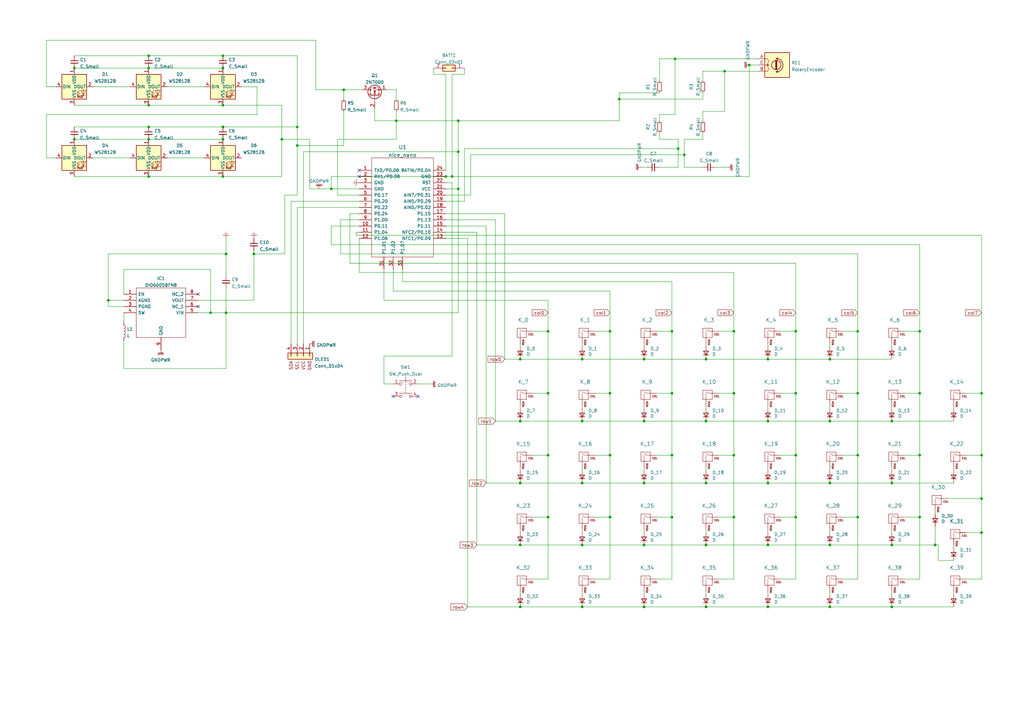
<source format=kicad_sch>
(kicad_sch (version 20211123) (generator eeschema)
  (paper "A3")
  (junction (at 314.96 147.32))
  (junction (at 365.76 198.12))
  (junction (at 326.39 161.29))
  (junction (at 402.59 186.69))
  (junction (at 340.36 147.32))
  (junction (at 351.79 186.69))
  (junction (at 187.96 62.23))
  (junction (at 402.59 218.44))
  (junction (at 340.36 198.12))
  (junction (at 340.36 172.72))
  (junction (at 377.19 135.89))
  (junction (at 60.96 27.94))
  (junction (at 238.76 147.32))
  (junction (at 91.44 52.07))
  (junction (at 44.45 123.19))
  (junction (at 121.92 52.07))
  (junction (at 187.96 77.47))
  (junction (at 275.59 161.29))
  (junction (at 383.54 223.52))
  (junction (at 140.97 36.83))
  (junction (at 60.96 57.15))
  (junction (at 307.34 26.67))
  (junction (at 402.59 204.47))
  (junction (at 300.99 161.29))
  (junction (at 60.96 72.39))
  (junction (at 289.56 147.32))
  (junction (at 121.92 59.69))
  (junction (at 289.56 198.12))
  (junction (at 326.39 212.09))
  (junction (at 104.14 104.14))
  (junction (at 365.76 172.72))
  (junction (at 250.19 161.29))
  (junction (at 264.16 147.32))
  (junction (at 314.96 223.52))
  (junction (at 224.79 212.09))
  (junction (at 60.96 43.18))
  (junction (at 377.19 212.09))
  (junction (at 300.99 135.89))
  (junction (at 213.36 147.32))
  (junction (at 213.36 172.72))
  (junction (at 187.96 49.53))
  (junction (at 340.36 248.92))
  (junction (at 238.76 248.92))
  (junction (at 135.89 77.47))
  (junction (at 60.96 22.86))
  (junction (at 278.13 60.96))
  (junction (at 377.19 161.29))
  (junction (at 365.76 223.52))
  (junction (at 224.79 186.69))
  (junction (at 224.79 135.89))
  (junction (at 250.19 135.89))
  (junction (at 213.36 198.12))
  (junction (at 92.71 104.14))
  (junction (at 264.16 172.72))
  (junction (at 300.99 212.09))
  (junction (at 213.36 223.52))
  (junction (at 340.36 223.52))
  (junction (at 86.36 128.27))
  (junction (at 238.76 223.52))
  (junction (at 92.71 128.27))
  (junction (at 224.79 161.29))
  (junction (at 314.96 248.92))
  (junction (at 351.79 212.09))
  (junction (at 264.16 198.12))
  (junction (at 60.96 52.07))
  (junction (at 238.76 198.12))
  (junction (at 314.96 172.72))
  (junction (at 213.36 248.92))
  (junction (at 300.99 186.69))
  (junction (at 289.56 223.52))
  (junction (at 185.42 72.39))
  (junction (at 182.88 72.39))
  (junction (at 402.59 161.29))
  (junction (at 275.59 135.89))
  (junction (at 275.59 186.69))
  (junction (at 289.56 248.92))
  (junction (at 276.86 24.13))
  (junction (at 351.79 161.29))
  (junction (at 91.44 43.18))
  (junction (at 250.19 186.69))
  (junction (at 264.16 223.52))
  (junction (at 275.59 212.09))
  (junction (at 297.18 29.21))
  (junction (at 250.19 212.09))
  (junction (at 326.39 186.69))
  (junction (at 91.44 27.94))
  (junction (at 91.44 72.39))
  (junction (at 91.44 57.15))
  (junction (at 162.56 49.53))
  (junction (at 377.19 186.69))
  (junction (at 314.96 198.12))
  (junction (at 365.76 248.92))
  (junction (at 264.16 248.92))
  (junction (at 115.57 57.15))
  (junction (at 91.44 22.86))
  (junction (at 280.67 63.5))
  (junction (at 351.79 135.89))
  (junction (at 238.76 172.72))
  (junction (at 30.48 27.94))
  (junction (at 289.56 172.72))
  (junction (at 30.48 57.15))
  (junction (at 254 40.64))
  (junction (at 326.39 135.89))
  (no_connect (at 147.32 72.39))
  (no_connect (at 147.32 69.85))
  (no_connect (at 81.28 125.73))
  (no_connect (at 81.28 120.65))
  (no_connect (at 171.45 162.56))
  (no_connect (at 161.29 162.56))
  (wire (pts (xy 38.1 35.56) (xy 53.34 35.56)))
  (wire (pts (xy 275.59 115.57) (xy 275.59 135.89)))
  (wire (pts (xy 377.19 135.89) (xy 377.19 161.29)))
  (wire (pts (xy 289.56 223.52) (xy 314.96 223.52)))
  (wire (pts (xy 289.56 242.57) (xy 289.56 243.84)))
  (wire (pts (xy 383.54 215.9) (xy 383.54 223.52)))
  (wire (pts (xy 190.5 82.55) (xy 182.88 82.55)))
  (wire (pts (xy 187.96 62.23) (xy 187.96 77.47)))
  (wire (pts (xy 140.97 59.69) (xy 140.97 45.72)))
  (wire (pts (xy 224.79 212.09) (xy 224.79 186.69)))
  (wire (pts (xy 140.97 40.64) (xy 140.97 36.83)))
  (wire (pts (xy 218.44 237.49) (xy 224.79 237.49)))
  (wire (pts (xy 289.56 248.92) (xy 314.96 248.92)))
  (wire (pts (xy 238.76 166.37) (xy 238.76 167.64)))
  (wire (pts (xy 91.44 52.07) (xy 121.92 52.07)))
  (wire (pts (xy 264.16 172.72) (xy 289.56 172.72)))
  (wire (pts (xy 129.54 16.51) (xy 19.05 16.51)))
  (wire (pts (xy 213.36 147.32) (xy 238.76 147.32)))
  (wire (pts (xy 289.56 166.37) (xy 289.56 167.64)))
  (wire (pts (xy 340.36 242.57) (xy 340.36 243.84)))
  (wire (pts (xy 326.39 107.95) (xy 143.51 107.95)))
  (wire (pts (xy 50.8 110.49) (xy 86.36 110.49)))
  (wire (pts (xy 314.96 191.77) (xy 314.96 193.04)))
  (wire (pts (xy 289.56 191.77) (xy 289.56 193.04)))
  (wire (pts (xy 224.79 123.19) (xy 224.79 135.89)))
  (wire (pts (xy 288.29 57.15) (xy 288.29 54.61)))
  (wire (pts (xy 50.8 128.27) (xy 50.8 132.08)))
  (wire (pts (xy 157.48 123.19) (xy 224.79 123.19)))
  (wire (pts (xy 191.77 248.92) (xy 191.77 97.79)))
  (wire (pts (xy 345.44 161.29) (xy 351.79 161.29)))
  (wire (pts (xy 250.19 119.38) (xy 250.19 135.89)))
  (wire (pts (xy 377.19 186.69) (xy 377.19 161.29)))
  (wire (pts (xy 182.88 72.39) (xy 185.42 72.39)))
  (wire (pts (xy 213.36 242.57) (xy 213.36 243.84)))
  (wire (pts (xy 269.24 161.29) (xy 275.59 161.29)))
  (wire (pts (xy 289.56 198.12) (xy 314.96 198.12)))
  (wire (pts (xy 314.96 172.72) (xy 340.36 172.72)))
  (wire (pts (xy 135.89 72.39) (xy 182.88 72.39)))
  (wire (pts (xy 297.18 45.72) (xy 288.29 45.72)))
  (wire (pts (xy 162.56 49.53) (xy 153.67 49.53)))
  (wire (pts (xy 243.84 212.09) (xy 250.19 212.09)))
  (wire (pts (xy 314.96 223.52) (xy 340.36 223.52)))
  (wire (pts (xy 388.62 204.47) (xy 402.59 204.47)))
  (wire (pts (xy 314.96 217.17) (xy 314.96 218.44)))
  (wire (pts (xy 135.89 77.47) (xy 147.32 77.47)))
  (wire (pts (xy 121.92 85.09) (xy 147.32 85.09)))
  (wire (pts (xy 300.99 111.76) (xy 300.99 135.89)))
  (wire (pts (xy 238.76 248.92) (xy 264.16 248.92)))
  (wire (pts (xy 213.36 248.92) (xy 191.77 248.92)))
  (wire (pts (xy 345.44 212.09) (xy 351.79 212.09)))
  (wire (pts (xy 288.29 33.02) (xy 288.29 29.21)))
  (wire (pts (xy 50.8 139.7) (xy 50.8 151.13)))
  (wire (pts (xy 60.96 43.18) (xy 91.44 43.18)))
  (wire (pts (xy 402.59 186.69) (xy 402.59 161.29)))
  (wire (pts (xy 207.01 87.63) (xy 182.88 87.63)))
  (wire (pts (xy 294.64 135.89) (xy 300.99 135.89)))
  (wire (pts (xy 340.36 198.12) (xy 365.76 198.12)))
  (wire (pts (xy 44.45 104.14) (xy 44.45 123.19)))
  (wire (pts (xy 320.04 212.09) (xy 326.39 212.09)))
  (wire (pts (xy 365.76 166.37) (xy 365.76 167.64)))
  (wire (pts (xy 384.81 223.52) (xy 384.81 229.87)))
  (wire (pts (xy 270.51 46.99) (xy 270.51 49.53)))
  (wire (pts (xy 105.41 46.99) (xy 19.05 46.99)))
  (wire (pts (xy 177.8 30.48) (xy 177.8 27.94)))
  (wire (pts (xy 254 38.1) (xy 270.51 38.1)))
  (wire (pts (xy 121.92 140.97) (xy 121.92 85.09)))
  (wire (pts (xy 92.71 97.79) (xy 92.71 104.14)))
  (wire (pts (xy 250.19 237.49) (xy 250.19 212.09)))
  (wire (pts (xy 60.96 57.15) (xy 91.44 57.15)))
  (wire (pts (xy 44.45 123.19) (xy 50.8 123.19)))
  (wire (pts (xy 278.13 68.58) (xy 278.13 60.96)))
  (wire (pts (xy 199.39 198.12) (xy 213.36 198.12)))
  (wire (pts (xy 238.76 147.32) (xy 264.16 147.32)))
  (wire (pts (xy 182.88 92.71) (xy 199.39 92.71)))
  (wire (pts (xy 115.57 57.15) (xy 115.57 72.39)))
  (wire (pts (xy 326.39 107.95) (xy 326.39 135.89)))
  (wire (pts (xy 238.76 242.57) (xy 238.76 243.84)))
  (wire (pts (xy 213.36 198.12) (xy 238.76 198.12)))
  (wire (pts (xy 340.36 223.52) (xy 365.76 223.52)))
  (wire (pts (xy 270.51 68.58) (xy 278.13 68.58)))
  (wire (pts (xy 157.48 110.49) (xy 157.48 123.19)))
  (wire (pts (xy 340.36 172.72) (xy 365.76 172.72)))
  (wire (pts (xy 199.39 92.71) (xy 199.39 198.12)))
  (wire (pts (xy 30.48 52.07) (xy 60.96 52.07)))
  (wire (pts (xy 320.04 161.29) (xy 326.39 161.29)))
  (wire (pts (xy 351.79 135.89) (xy 351.79 161.29)))
  (wire (pts (xy 254 49.53) (xy 254 40.64)))
  (wire (pts (xy 81.28 123.19) (xy 104.14 123.19)))
  (wire (pts (xy 300.99 135.89) (xy 300.99 161.29)))
  (wire (pts (xy 377.19 212.09) (xy 377.19 186.69)))
  (wire (pts (xy 213.36 191.77) (xy 213.36 193.04)))
  (wire (pts (xy 68.58 64.77) (xy 83.82 64.77)))
  (wire (pts (xy 243.84 186.69) (xy 250.19 186.69)))
  (wire (pts (xy 250.19 212.09) (xy 250.19 186.69)))
  (wire (pts (xy 294.64 237.49) (xy 300.99 237.49)))
  (wire (pts (xy 314.96 140.97) (xy 314.96 142.24)))
  (wire (pts (xy 278.13 60.96) (xy 190.5 60.96)))
  (wire (pts (xy 340.36 166.37) (xy 340.36 167.64)))
  (wire (pts (xy 365.76 242.57) (xy 365.76 243.84)))
  (wire (pts (xy 300.99 212.09) (xy 300.99 186.69)))
  (wire (pts (xy 19.05 46.99) (xy 19.05 64.77)))
  (wire (pts (xy 320.04 237.49) (xy 326.39 237.49)))
  (wire (pts (xy 307.34 26.67) (xy 307.34 72.39)))
  (wire (pts (xy 289.56 140.97) (xy 289.56 142.24)))
  (wire (pts (xy 104.14 104.14) (xy 116.84 104.14)))
  (wire (pts (xy 19.05 64.77) (xy 22.86 64.77)))
  (wire (pts (xy 139.7 90.17) (xy 147.32 90.17)))
  (wire (pts (xy 165.1 110.49) (xy 165.1 115.57)))
  (wire (pts (xy 213.36 248.92) (xy 238.76 248.92)))
  (wire (pts (xy 275.59 237.49) (xy 275.59 212.09)))
  (wire (pts (xy 224.79 237.49) (xy 224.79 212.09)))
  (wire (pts (xy 340.36 217.17) (xy 340.36 218.44)))
  (wire (pts (xy 143.51 107.95) (xy 143.51 87.63)))
  (wire (pts (xy 213.36 223.52) (xy 238.76 223.52)))
  (wire (pts (xy 383.54 223.52) (xy 384.81 223.52)))
  (wire (pts (xy 289.56 217.17) (xy 289.56 218.44)))
  (wire (pts (xy 68.58 35.56) (xy 83.82 35.56)))
  (wire (pts (xy 182.88 74.93) (xy 185.42 74.93)))
  (wire (pts (xy 345.44 135.89) (xy 351.79 135.89)))
  (wire (pts (xy 288.29 45.72) (xy 288.29 49.53)))
  (wire (pts (xy 365.76 172.72) (xy 391.16 172.72)))
  (wire (pts (xy 264.16 198.12) (xy 289.56 198.12)))
  (wire (pts (xy 289.56 172.72) (xy 314.96 172.72)))
  (wire (pts (xy 402.59 218.44) (xy 402.59 204.47)))
  (wire (pts (xy 121.92 52.07) (xy 121.92 59.69)))
  (wire (pts (xy 60.96 52.07) (xy 91.44 52.07)))
  (wire (pts (xy 384.81 229.87) (xy 391.16 229.87)))
  (wire (pts (xy 391.16 223.52) (xy 391.16 224.79)))
  (wire (pts (xy 377.19 135.89) (xy 377.19 100.33)))
  (wire (pts (xy 280.67 68.58) (xy 280.67 63.5)))
  (wire (pts (xy 203.2 172.72) (xy 203.2 90.17)))
  (wire (pts (xy 243.84 135.89) (xy 250.19 135.89)))
  (wire (pts (xy 182.88 80.01) (xy 193.04 80.01)))
  (wire (pts (xy 391.16 166.37) (xy 391.16 167.64)))
  (wire (pts (xy 278.13 57.15) (xy 270.51 57.15)))
  (wire (pts (xy 135.89 100.33) (xy 135.89 92.71)))
  (wire (pts (xy 365.76 248.92) (xy 391.16 248.92)))
  (wire (pts (xy 370.84 161.29) (xy 377.19 161.29)))
  (wire (pts (xy 60.96 22.86) (xy 91.44 22.86)))
  (wire (pts (xy 370.84 186.69) (xy 377.19 186.69)))
  (wire (pts (xy 218.44 212.09) (xy 224.79 212.09)))
  (wire (pts (xy 264.16 191.77) (xy 264.16 193.04)))
  (wire (pts (xy 218.44 135.89) (xy 224.79 135.89)))
  (wire (pts (xy 185.42 30.48) (xy 190.5 30.48)))
  (wire (pts (xy 383.54 209.55) (xy 383.54 210.82)))
  (wire (pts (xy 121.92 59.69) (xy 140.97 59.69)))
  (wire (pts (xy 50.8 151.13) (xy 92.71 151.13)))
  (wire (pts (xy 351.79 212.09) (xy 351.79 186.69)))
  (wire (pts (xy 213.36 147.32) (xy 207.01 147.32)))
  (wire (pts (xy 314.96 198.12) (xy 340.36 198.12)))
  (wire (pts (xy 351.79 104.14) (xy 139.7 104.14)))
  (wire (pts (xy 213.36 166.37) (xy 213.36 167.64)))
  (wire (pts (xy 92.71 151.13) (xy 92.71 128.27)))
  (wire (pts (xy 345.44 186.69) (xy 351.79 186.69)))
  (wire (pts (xy 139.7 104.14) (xy 139.7 90.17)))
  (wire (pts (xy 370.84 212.09) (xy 377.19 212.09)))
  (wire (pts (xy 294.64 161.29) (xy 300.99 161.29)))
  (wire (pts (xy 243.84 161.29) (xy 250.19 161.29)))
  (wire (pts (xy 402.59 237.49) (xy 402.59 218.44)))
  (wire (pts (xy 157.48 157.48) (xy 161.29 157.48)))
  (wire (pts (xy 104.14 102.87) (xy 104.14 104.14)))
  (wire (pts (xy 60.96 72.39) (xy 91.44 72.39)))
  (wire (pts (xy 140.97 36.83) (xy 148.59 36.83)))
  (wire (pts (xy 320.04 186.69) (xy 326.39 186.69)))
  (wire (pts (xy 224.79 135.89) (xy 224.79 161.29)))
  (wire (pts (xy 115.57 43.18) (xy 115.57 57.15)))
  (wire (pts (xy 187.96 128.27) (xy 187.96 77.47)))
  (wire (pts (xy 218.44 161.29) (xy 224.79 161.29)))
  (wire (pts (xy 275.59 212.09) (xy 275.59 186.69)))
  (wire (pts (xy 280.67 57.15) (xy 288.29 57.15)))
  (wire (pts (xy 365.76 217.17) (xy 365.76 218.44)))
  (wire (pts (xy 294.64 212.09) (xy 300.99 212.09)))
  (wire (pts (xy 165.1 115.57) (xy 275.59 115.57)))
  (wire (pts (xy 275.59 135.89) (xy 275.59 161.29)))
  (wire (pts (xy 377.19 100.33) (xy 135.89 100.33)))
  (wire (pts (xy 264.16 140.97) (xy 264.16 142.24)))
  (wire (pts (xy 238.76 217.17) (xy 238.76 218.44)))
  (wire (pts (xy 162.56 40.64) (xy 162.56 36.83)))
  (wire (pts (xy 195.58 95.25) (xy 195.58 223.52)))
  (wire (pts (xy 129.54 36.83) (xy 140.97 36.83)))
  (wire (pts (xy 30.48 27.94) (xy 60.96 27.94)))
  (wire (pts (xy 402.59 96.52) (xy 146.05 96.52)))
  (wire (pts (xy 351.79 186.69) (xy 351.79 161.29)))
  (wire (pts (xy 162.56 49.53) (xy 162.56 45.72)))
  (wire (pts (xy 203.2 90.17) (xy 182.88 90.17)))
  (wire (pts (xy 326.39 186.69) (xy 326.39 161.29)))
  (wire (pts (xy 195.58 223.52) (xy 213.36 223.52)))
  (wire (pts (xy 300.99 237.49) (xy 300.99 212.09)))
  (wire (pts (xy 224.79 186.69) (xy 224.79 161.29)))
  (wire (pts (xy 294.64 186.69) (xy 300.99 186.69)))
  (wire (pts (xy 92.71 128.27) (xy 92.71 118.11)))
  (wire (pts (xy 92.71 104.14) (xy 44.45 104.14)))
  (wire (pts (xy 99.06 35.56) (xy 105.41 35.56)))
  (wire (pts (xy 146.05 95.25) (xy 147.32 95.25)))
  (wire (pts (xy 187.96 49.53) (xy 254 49.53)))
  (wire (pts (xy 190.5 30.48) (xy 190.5 27.94)))
  (wire (pts (xy 264.16 223.52) (xy 289.56 223.52)))
  (wire (pts (xy 402.59 204.47) (xy 402.59 186.69)))
  (wire (pts (xy 365.76 191.77) (xy 365.76 193.04)))
  (wire (pts (xy 143.51 87.63) (xy 147.32 87.63)))
  (wire (pts (xy 326.39 237.49) (xy 326.39 212.09)))
  (wire (pts (xy 218.44 186.69) (xy 224.79 186.69)))
  (wire (pts (xy 119.38 140.97) (xy 119.38 82.55)))
  (wire (pts (xy 121.92 22.86) (xy 121.92 52.07)))
  (wire (pts (xy 91.44 22.86) (xy 121.92 22.86)))
  (wire (pts (xy 264.16 147.32) (xy 289.56 147.32)))
  (wire (pts (xy 351.79 237.49) (xy 351.79 212.09)))
  (wire (pts (xy 185.42 74.93) (xy 185.42 146.05)))
  (wire (pts (xy 147.32 97.79) (xy 147.32 111.76)))
  (wire (pts (xy 187.96 77.47) (xy 182.88 77.47)))
  (wire (pts (xy 182.88 95.25) (xy 195.58 95.25)))
  (wire (pts (xy 162.56 57.15) (xy 162.56 49.53)))
  (wire (pts (xy 320.04 135.89) (xy 326.39 135.89)))
  (wire (pts (xy 396.24 237.49) (xy 402.59 237.49)))
  (wire (pts (xy 161.29 110.49) (xy 161.29 119.38)))
  (wire (pts (xy 391.16 191.77) (xy 391.16 193.04)))
  (wire (pts (xy 340.36 147.32) (xy 365.76 147.32)))
  (wire (pts (xy 288.29 40.64) (xy 288.29 38.1)))
  (wire (pts (xy 288.29 29.21) (xy 297.18 29.21)))
  (wire (pts (xy 396.24 218.44) (xy 402.59 218.44)))
  (wire (pts (xy 275.59 186.69) (xy 275.59 161.29)))
  (wire (pts (xy 314.96 248.92) (xy 340.36 248.92)))
  (wire (pts (xy 105.41 35.56) (xy 105.41 46.99)))
  (wire (pts (xy 86.36 110.49) (xy 86.36 128.27)))
  (wire (pts (xy 270.51 57.15) (xy 270.51 54.61)))
  (wire (pts (xy 104.14 104.14) (xy 104.14 123.19)))
  (wire (pts (xy 60.96 27.94) (xy 91.44 27.94)))
  (wire (pts (xy 280.67 63.5) (xy 193.04 63.5)))
  (wire (pts (xy 289.56 147.32) (xy 314.96 147.32)))
  (wire (pts (xy 191.77 97.79) (xy 182.88 97.79)))
  (wire (pts (xy 19.05 35.56) (xy 22.86 35.56)))
  (wire (pts (xy 185.42 30.48) (xy 185.42 72.39)))
  (wire (pts (xy 250.19 135.89) (xy 250.19 161.29)))
  (wire (pts (xy 298.45 68.58) (xy 293.37 68.58)))
  (wire (pts (xy 119.38 82.55) (xy 147.32 82.55)))
  (wire (pts (xy 138.43 57.15) (xy 162.56 57.15)))
  (wire (pts (xy 402.59 161.29) (xy 402.59 96.52)))
  (wire (pts (xy 177.8 30.48) (xy 182.88 30.48)))
  (wire (pts (xy 92.71 113.03) (xy 92.71 104.14)))
  (wire (pts (xy 250.19 186.69) (xy 250.19 161.29)))
  (wire (pts (xy 129.54 36.83) (xy 129.54 16.51)))
  (wire (pts (xy 146.05 96.52) (xy 146.05 95.25)))
  (wire (pts (xy 30.48 72.39) (xy 60.96 72.39)))
  (wire (pts (xy 297.18 29.21) (xy 297.18 45.72)))
  (wire (pts (xy 269.24 135.89) (xy 275.59 135.89)))
  (wire (pts (xy 276.86 46.99) (xy 270.51 46.99)))
  (wire (pts (xy 190.5 60.96) (xy 190.5 82.55)))
  (wire (pts (xy 44.45 123.19) (xy 44.45 125.73)))
  (wire (pts (xy 396.24 161.29) (xy 402.59 161.29)))
  (wire (pts (xy 116.84 104.14) (xy 116.84 80.01)))
  (wire (pts (xy 213.36 140.97) (xy 213.36 142.24)))
  (wire (pts (xy 30.48 43.18) (xy 60.96 43.18)))
  (wire (pts (xy 243.84 237.49) (xy 250.19 237.49)))
  (wire (pts (xy 127 77.47) (xy 135.89 77.47)))
  (wire (pts (xy 91.44 72.39) (xy 115.57 72.39)))
  (wire (pts (xy 238.76 198.12) (xy 264.16 198.12)))
  (wire (pts (xy 124.46 140.97) (xy 124.46 62.23)))
  (wire (pts (xy 314.96 147.32) (xy 340.36 147.32)))
  (wire (pts (xy 269.24 237.49) (xy 275.59 237.49)))
  (wire (pts (xy 238.76 223.52) (xy 264.16 223.52)))
  (wire (pts (xy 269.24 186.69) (xy 275.59 186.69)))
  (wire (pts (xy 270.51 24.13) (xy 276.86 24.13)))
  (wire (pts (xy 187.96 49.53) (xy 187.96 62.23)))
  (wire (pts (xy 182.88 30.48) (xy 182.88 69.85)))
  (wire (pts (xy 264.16 248.92) (xy 289.56 248.92)))
  (wire (pts (xy 116.84 80.01) (xy 121.92 80.01)))
  (wire (pts (xy 213.36 217.17) (xy 213.36 218.44)))
  (wire (pts (xy 213.36 172.72) (xy 238.76 172.72)))
  (wire (pts (xy 396.24 186.69) (xy 402.59 186.69)))
  (wire (pts (xy 138.43 80.01) (xy 138.43 57.15)))
  (wire (pts (xy 81.28 128.27) (xy 86.36 128.27)))
  (wire (pts (xy 314.96 242.57) (xy 314.96 243.84)))
  (wire (pts (xy 311.15 26.67) (xy 307.34 26.67)))
  (wire (pts (xy 135.89 72.39) (xy 135.89 77.47)))
  (wire (pts (xy 365.76 223.52) (xy 383.54 223.52)))
  (wire (pts (xy 124.46 62.23) (xy 187.96 62.23)))
  (wire (pts (xy 121.92 59.69) (xy 121.92 80.01)))
  (wire (pts (xy 264.16 217.17) (xy 264.16 218.44)))
  (wire (pts (xy 269.24 212.09) (xy 275.59 212.09)))
  (wire (pts (xy 50.8 120.65) (xy 50.8 110.49)))
  (wire (pts (xy 370.84 135.89) (xy 377.19 135.89)))
  (wire (pts (xy 280.67 68.58) (xy 288.29 68.58)))
  (wire (pts (xy 365.76 140.97) (xy 365.76 142.24)))
  (wire (pts (xy 254 40.64) (xy 288.29 40.64)))
  (wire (pts (xy 370.84 237.49) (xy 377.19 237.49)))
  (wire (pts (xy 38.1 64.77) (xy 53.34 64.77)))
  (wire (pts (xy 314.96 166.37) (xy 314.96 167.64)))
  (wire (pts (xy 92.71 128.27) (xy 187.96 128.27)))
  (wire (pts (xy 19.05 16.51) (xy 19.05 35.56)))
  (wire (pts (xy 264.16 166.37) (xy 264.16 167.64)))
  (wire (pts (xy 391.16 242.57) (xy 391.16 243.84)))
  (wire (pts (xy 86.36 128.27) (xy 92.71 128.27)))
  (wire (pts (xy 153.67 49.53) (xy 153.67 44.45)))
  (wire (pts (xy 185.42 146.05) (xy 157.48 146.05)))
  (wire (pts (xy 147.32 80.01) (xy 138.43 80.01)))
  (wire (pts (xy 147.32 111.76) (xy 300.99 111.76)))
  (wire (pts (xy 377.19 237.49) (xy 377.19 212.09)))
  (wire (pts (xy 91.44 43.18) (xy 115.57 43.18)))
  (wire (pts (xy 238.76 191.77) (xy 238.76 193.04)))
  (wire (pts (xy 115.57 57.15) (xy 127 57.15)))
  (wire (pts (xy 340.36 191.77) (xy 340.36 193.04)))
  (wire (pts (xy 238.76 140.97) (xy 238.76 142.24)))
  (wire (pts (xy 30.48 57.15) (xy 60.96 57.15)))
  (wire (pts (xy 345.44 237.49) (xy 351.79 237.49)))
  (wire (pts (xy 280.67 63.5) (xy 280.67 57.15)))
  (wire (pts (xy 157.48 146.05) (xy 157.48 157.48)))
  (wire (pts (xy 340.36 248.92) (xy 365.76 248.92)))
  (wire (pts (xy 193.04 63.5) (xy 193.04 80.01)))
  (wire (pts (xy 300.99 186.69) (xy 300.99 161.29)))
  (wire (pts (xy 262.89 68.58) (xy 265.43 68.58)))
  (wire (pts (xy 185.42 72.39) (xy 307.34 72.39)))
  (wire (pts (xy 297.18 29.21) (xy 311.15 29.21)))
  (wire (pts (xy 365.76 198.12) (xy 391.16 198.12)))
  (wire (pts (xy 326.39 212.09) (xy 326.39 186.69)))
  (wire (pts (xy 30.48 22.86) (xy 60.96 22.86)))
  (wire (pts (xy 250.19 119.38) (xy 161.29 119.38)))
  (wire (pts (xy 171.45 157.48) (xy 176.53 157.48)))
  (wire (pts (xy 162.56 49.53) (xy 187.96 49.53)))
  (wire (pts (xy 254 40.64) (xy 254 38.1)))
  (wire (pts (xy 162.56 36.83) (xy 158.75 36.83)))
  (wire (pts (xy 276.86 24.13) (xy 276.86 46.99)))
  (wire (pts (xy 213.36 172.72) (xy 203.2 172.72)))
  (wire (pts (xy 340.36 140.97) (xy 340.36 142.24)))
  (wire (pts (xy 264.16 242.57) (xy 264.16 243.84)))
  (wire (pts (xy 351.79 104.14) (xy 351.79 135.89)))
  (wire (pts (xy 276.86 24.13) (xy 311.15 24.13)))
  (wire (pts (xy 238.76 172.72) (xy 264.16 172.72)))
  (wire (pts (xy 278.13 60.96) (xy 278.13 57.15)))
  (wire (pts (xy 326.39 135.89) (xy 326.39 161.29)))
  (wire (pts (xy 44.45 125.73) (xy 50.8 125.73)))
  (wire (pts (xy 135.89 92.71) (xy 147.32 92.71)))
  (wire (pts (xy 270.51 33.02) (xy 270.51 24.13)))
  (wire (pts (xy 127 57.15) (xy 127 77.47)))
  (wire (pts (xy 207.01 147.32) (xy 207.01 87.63)))
  (global_label "row2" (shape input) (at 199.39 198.12 180) (property "Intersheet References" "${INTERSHEET_REFS}" (effects hide)))
  (global_label "col6" (shape input) (at 377.19 128.27 180) (property "Intersheet References" "${INTERSHEET_REFS}" (effects hide)))
  (global_label "col5" (shape input) (at 351.79 128.27 180) (property "Intersheet References" "${INTERSHEET_REFS}" (effects hide)))
  (global_label "row0" (shape input) (at 207.01 147.32 180) (property "Intersheet References" "${INTERSHEET_REFS}" (effects hide)))
  (global_label "col7" (shape input) (at 402.59 128.27 180) (property "Intersheet References" "${INTERSHEET_REFS}" (effects hide)))
  (global_label "row1" (shape input) (at 203.2 172.72 180) (property "Intersheet References" "${INTERSHEET_REFS}" (effects hide)))
  (global_label "col0" (shape input) (at 224.79 128.27 180) (property "Intersheet References" "${INTERSHEET_REFS}" (effects hide)))
  (global_label "col4" (shape input) (at 326.39 128.27 180) (property "Intersheet References" "${INTERSHEET_REFS}" (effects hide)))
  (global_label "row4" (shape input) (at 191.77 248.92 180) (property "Intersheet References" "${INTERSHEET_REFS}" (effects hide)))
  (global_label "col3" (shape input) (at 300.99 128.27 180) (property "Intersheet References" "${INTERSHEET_REFS}" (effects hide)))
  (global_label "row3" (shape input) (at 195.58 223.52 180) (property "Intersheet References" "${INTERSHEET_REFS}" (effects hide)))
  (global_label "col2" (shape input) (at 275.59 128.27 180) (property "Intersheet References" "${INTERSHEET_REFS}" (effects hide)))
  (global_label "col1" (shape input) (at 250.19 128.27 180) (property "Intersheet References" "${INTERSHEET_REFS}" (effects hide)))
  (symbol (lib_id "Device:D_Small") (at 365.76 144.78 90) (unit 1)
    (property "Reference" "D_6" (at 368.3 143.002 90) (effects (justify right)))
    (property "Value" "D" (at 368.3 145.288 90) (effects (justify right)))
    (property "Footprint" "Diode_SMD:D_SOD-123" (effects hide))
  )
  (symbol (lib_id "Device:C_Small") (at 60.96 54.61 0) (unit 1)
    (property "Reference" "C5" (at 63.2841 53.7078 0) (effects (justify left)))
    (property "Value" "C_Small" (at 63.2841 56.4829 0) (effects (justify left)))
    (property "Footprint" "Capacitor_SMD:C_0402_1005Metric" (effects hide))
  )
  (symbol (lib_id "Device:D_Small") (at 289.56 220.98 90) (unit 1)
    (property "Reference" "D_26" (at 292.1 219.202 90) (effects (justify right)))
    (property "Value" "D" (at 292.1 221.488 90) (effects (justify right)))
    (property "Footprint" "Diode_SMD:D_SOD-123" (effects hide))
  )
  (symbol (lib_id "Device:D_Small") (at 238.76 144.78 90) (unit 1)
    (property "Reference" "D_1" (at 241.3 143.002 90) (effects (justify right)))
    (property "Value" "D" (at 241.3 145.288 90) (effects (justify right)))
    (property "Footprint" "Diode_SMD:D_SOD-123" (effects hide))
  )
  (symbol (lib_id "Device:D_Small") (at 340.36 220.98 90) (unit 1)
    (property "Reference" "D_28" (at 342.9 219.202 90) (effects (justify right)))
    (property "Value" "D" (at 342.9 221.488 90) (effects (justify right)))
    (property "Footprint" "Diode_SMD:D_SOD-123" (effects hide))
  )
  (symbol (lib_id "MX_Alps_Hybrid:MX-NoLED") (at 384.81 205.74 0) (unit 1)
    (property "Reference" "K_30" (at 384.81 199.8218 0) (effects (font (size 1.524 1.524))))
    (property "Value" "KEYSW" (effects hide))
    (property "Footprint" "MX_Alps_Hybrid:MX-2U-NoLED" (effects hide))
  )
  (symbol (lib_id "Device:C_Small") (at 104.14 100.33 0) (unit 1)
    (property "Reference" "C10" (at 106.4641 99.4278 0) (effects (justify left)))
    (property "Value" "C_Small" (at 106.4641 102.2029 0) (effects (justify left)))
    (property "Footprint" "Capacitor_SMD:C_0805_2012Metric_Pad1.18x1.45mm_HandSolder" (effects hide))
  )
  (symbol (lib_id "Device:D_Small") (at 314.96 170.18 90) (unit 1)
    (property "Reference" "D_11" (at 317.5 168.402 90) (effects (justify right)))
    (property "Value" "D" (at 317.5 170.688 90) (effects (justify right)))
    (property "Footprint" "Diode_SMD:D_SOD-123" (effects hide))
  )
  (symbol (lib_id "Device:D_Small") (at 391.16 227.33 90) (unit 1)
    (property "Reference" "D_31" (at 393.7 225.552 90) (effects (justify right)))
    (property "Value" "D" (at 393.7 227.838 90) (effects (justify right)))
    (property "Footprint" "Diode_SMD:D_SOD-123" (effects hide))
  )
  (symbol (lib_id "LED:WS2812B") (at 91.44 64.77 0) (unit 1)
    (property "Reference" "D6" (at 104.14 59.69 0))
    (property "Value" "WS2812B" (at 104.14 62.4651 0))
    (property "Footprint" "LED_SMD:LED_WS2812B_PLCC4_5.0x5.0mm_P3.2mm" (effects hide))
    (property "Datasheet" "https://cdn-shop.adafruit.com/datasheets/WS2812B.pdf" (effects hide))
  )
  (symbol (lib_id "MX_Alps_Hybrid:MX-NoLED") (at 316.23 137.16 0) (unit 1)
    (property "Reference" "K_4" (at 316.23 131.2418 0) (effects (font (size 1.524 1.524))))
    (property "Value" "KEYSW" (effects hide))
    (property "Footprint" "MX_Alps_Hybrid:MX-1U-NoLED" (effects hide))
  )
  (symbol (lib_id "MX_Alps_Hybrid:MX-NoLED") (at 265.43 187.96 0) (unit 1)
    (property "Reference" "K_17" (at 265.43 182.0418 0) (effects (font (size 1.524 1.524))))
    (property "Value" "KEYSW" (effects hide))
    (property "Footprint" "MX_Alps_Hybrid:MX-1U-NoLED" (effects hide))
  )
  (symbol (lib_id "Device:D_Small") (at 365.76 246.38 90) (unit 1)
    (property "Reference" "D_38" (at 368.3 244.602 90) (effects (justify right)))
    (property "Value" "D" (at 368.3 246.888 90) (effects (justify right)))
    (property "Footprint" "Diode_SMD:D_SOD-123" (effects hide))
  )
  (symbol (lib_id "Device:D_Small") (at 213.36 195.58 90) (unit 1)
    (property "Reference" "D_15" (at 215.9 193.802 90) (effects (justify right)))
    (property "Value" "D" (at 215.9 196.088 90) (effects (justify right)))
    (property "Footprint" "Diode_SMD:D_SOD-123" (effects hide))
  )
  (symbol (lib_id "MX_Alps_Hybrid:MX-NoLED") (at 214.63 162.56 0) (unit 1)
    (property "Reference" "K_7" (at 214.63 156.6418 0) (effects (font (size 1.524 1.524))))
    (property "Value" "KEYSW" (effects hide))
    (property "Footprint" "MX_Alps_Hybrid:MX-1U-NoLED" (effects hide))
  )
  (symbol (lib_id "MX_Alps_Hybrid:MX-NoLED") (at 341.63 187.96 0) (unit 1)
    (property "Reference" "K_20" (at 341.63 182.0418 0) (effects (font (size 1.524 1.524))))
    (property "Value" "KEYSW" (effects hide))
    (property "Footprint" "MX_Alps_Hybrid:MX-1U-NoLED" (effects hide))
  )
  (symbol (lib_id "MX_Alps_Hybrid:MX-NoLED") (at 392.43 219.71 0) (unit 1)
    (property "Reference" "K_31" (at 392.43 213.7918 0) (effects (font (size 1.524 1.524))))
    (property "Value" "KEYSW" (effects hide))
    (property "Footprint" "MX_Alps_Hybrid:MX-1U-NoLED" (effects hide))
  )
  (symbol (lib_id "MX_Alps_Hybrid:MX-NoLED") (at 265.43 238.76 0) (unit 1)
    (property "Reference" "K_34" (at 265.43 232.8418 0) (effects (font (size 1.524 1.524))))
    (property "Value" "KEYSW" (effects hide))
    (property "Footprint" "MX_Alps_Hybrid:MX-1U-NoLED" (effects hide))
  )
  (symbol (lib_id "Device:C_Small") (at 267.97 68.58 90) (unit 1)
    (property "Reference" "C7" (at 267.9763 63.0514 90))
    (property "Value" "C_Small" (at 267.9763 65.8265 90))
    (property "Footprint" "Capacitor_SMD:C_0402_1005Metric_Pad0.74x0.62mm_HandSolder" (effects hide))
  )
  (symbol (lib_id "Device:D_Small") (at 213.36 170.18 90) (unit 1)
    (property "Reference" "D_7" (at 215.9 168.402 90) (effects (justify right)))
    (property "Value" "D" (at 215.9 170.688 90) (effects (justify right)))
    (property "Footprint" "Diode_SMD:D_SOD-123" (effects hide))
  )
  (symbol (lib_id "MX_Alps_Hybrid:MX-NoLED") (at 392.43 162.56 0) (unit 1)
    (property "Reference" "K_14" (at 392.43 156.6418 0) (effects (font (size 1.524 1.524))))
    (property "Value" "KEYSW" (effects hide))
    (property "Footprint" "MX_Alps_Hybrid:MX-1U-NoLED" (effects hide))
  )
  (symbol (lib_id "MX_Alps_Hybrid:MX-NoLED") (at 367.03 238.76 0) (unit 1)
    (property "Reference" "K_38" (at 367.03 232.8418 0) (effects (font (size 1.524 1.524))))
    (property "Value" "KEYSW" (effects hide))
    (property "Footprint" "MX_Alps_Hybrid:MX-1U-NoLED" (effects hide))
  )
  (symbol (lib_id "LED:WS2812B") (at 60.96 35.56 0) (unit 1)
    (property "Reference" "D2" (at 73.66 30.48 0))
    (property "Value" "WS2812B" (at 73.66 33.2551 0))
    (property "Footprint" "LED_SMD:LED_WS2812B_PLCC4_5.0x5.0mm_P3.2mm" (effects hide))
    (property "Datasheet" "https://cdn-shop.adafruit.com/datasheets/WS2812B.pdf" (effects hide))
  )
  (symbol (lib_id "Device:D_Small") (at 264.16 220.98 90) (unit 1)
    (property "Reference" "D_25" (at 266.7 219.202 90) (effects (justify right)))
    (property "Value" "D" (at 266.7 221.488 90) (effects (justify right)))
    (property "Footprint" "Diode_SMD:D_SOD-123" (effects hide))
  )
  (symbol (lib_id "MX_Alps_Hybrid:MX-NoLED") (at 240.03 137.16 0) (unit 1)
    (property "Reference" "K_1" (at 240.03 131.2418 0) (effects (font (size 1.524 1.524))))
    (property "Value" "KEYSW" (effects hide))
    (property "Footprint" "MX_Alps_Hybrid:MX-1U-NoLED" (effects hide))
  )
  (symbol (lib_id "Device:R_Small") (at 140.97 43.18 0) (unit 1)
    (property "Reference" "R5" (at 142.4686 42.2715 0) (effects (justify left)))
    (property "Value" "R_Small" (at 142.4686 45.0466 0) (effects (justify left)))
    (property "Footprint" "Resistor_SMD:R_0805_2012Metric_Pad1.20x1.40mm_HandSolder" (effects hide))
  )
  (symbol (lib_id "MX_Alps_Hybrid:MX-NoLED") (at 341.63 162.56 0) (unit 1)
    (property "Reference" "K_12" (at 341.63 156.6418 0) (effects (font (size 1.524 1.524))))
    (property "Value" "KEYSW" (effects hide))
    (property "Footprint" "MX_Alps_Hybrid:MX-1U-NoLED" (effects hide))
  )
  (symbol (lib_id "MX_Alps_Hybrid:MX-NoLED") (at 392.43 187.96 0) (unit 1)
    (property "Reference" "K_22" (at 392.43 182.0418 0) (effects (font (size 1.524 1.524))))
    (property "Value" "KEYSW" (effects hide))
    (property "Footprint" "MX_Alps_Hybrid:MX-1U-NoLED" (effects hide))
  )
  (symbol (lib_id "MX_Alps_Hybrid:MX-NoLED") (at 290.83 213.36 0) (unit 1)
    (property "Reference" "K_26" (at 290.83 207.4418 0) (effects (font (size 1.524 1.524))))
    (property "Value" "KEYSW" (effects hide))
    (property "Footprint" "MX_Alps_Hybrid:MX-1U-NoLED" (effects hide))
  )
  (symbol (lib_id "Connector_Generic:Conn_02x01") (at 185.42 27.94 180) (unit 1)
    (property "Reference" "BATT1" (at 184.15 22.7035 0))
    (property "Value" "Conn_02x01" (at 184.15 25.4786 0))
    (property "Footprint" "Capacitor_THT:C_Rect_L41.5mm_W20.0mm_P37.50mm_MKS4" (effects hide))
  )
  (symbol (lib_id "Device:D_Small") (at 238.76 246.38 90) (unit 1)
    (property "Reference" "D_33" (at 241.3 244.602 90) (effects (justify right)))
    (property "Value" "D" (at 241.3 246.888 90) (effects (justify right)))
    (property "Footprint" "Diode_SMD:D_SOD-123" (effects hide))
  )
  (symbol (lib_id "Device:D_Small") (at 365.76 195.58 90) (unit 1)
    (property "Reference" "D_21" (at 368.3 193.802 90) (effects (justify right)))
    (property "Value" "D" (at 368.3 196.088 90) (effects (justify right)))
    (property "Footprint" "Diode_SMD:D_SOD-123" (effects hide))
  )
  (symbol (lib_id "Device:D_Small") (at 264.16 246.38 90) (unit 1)
    (property "Reference" "D_34" (at 266.7 244.602 90) (effects (justify right)))
    (property "Value" "D" (at 266.7 246.888 90) (effects (justify right)))
    (property "Footprint" "Diode_SMD:D_SOD-123" (effects hide))
  )
  (symbol (lib_id "Device:D_Small") (at 391.16 246.38 90) (unit 1)
    (property "Reference" "D_39" (at 393.7 244.602 90) (effects (justify right)))
    (property "Value" "D" (at 393.7 246.888 90) (effects (justify right)))
    (property "Footprint" "Diode_SMD:D_SOD-123" (effects hide))
  )
  (symbol (lib_id "MX_Alps_Hybrid:MX-NoLED") (at 240.03 162.56 0) (unit 1)
    (property "Reference" "K_8" (at 240.03 156.6418 0) (effects (font (size 1.524 1.524))))
    (property "Value" "KEYSW" (effects hide))
    (property "Footprint" "MX_Alps_Hybrid:MX-1U-NoLED" (effects hide))
  )
  (symbol (lib_id "MX_Alps_Hybrid:MX-NoLED") (at 214.63 238.76 0) (unit 1)
    (property "Reference" "K_32" (at 214.63 232.8418 0) (effects (font (size 1.524 1.524))))
    (property "Value" "KEYSW" (effects hide))
    (property "Footprint" "MX_Alps_Hybrid:MX-1U-NoLED" (effects hide))
  )
  (symbol (lib_id "MX_Alps_Hybrid:MX-NoLED") (at 290.83 137.16 0) (unit 1)
    (property "Reference" "K_3" (at 290.83 131.2418 0) (effects (font (size 1.524 1.524))))
    (property "Value" "KEYSW" (effects hide))
    (property "Footprint" "MX_Alps_Hybrid:MX-1U-NoLED" (effects hide))
  )
  (symbol (lib_id "Device:D_Small") (at 340.36 246.38 90) (unit 1)
    (property "Reference" "D_37" (at 342.9 244.602 90) (effects (justify right)))
    (property "Value" "D" (at 342.9 246.888 90) (effects (justify right)))
    (property "Footprint" "Diode_SMD:D_SOD-123" (effects hide))
  )
  (symbol (lib_id "Switch:SW_Push_Dual") (at 166.37 157.48 0) (unit 1)
    (property "Reference" "SW1" (at 166.37 150.5925 0))
    (property "Value" "SW_Push_Dual" (at 166.37 153.3676 0))
    (property "Footprint" "Button_Switch_THT:SW_PUSH_6mm_H5mm" (effects hide))
  )
  (symbol (lib_id "Device:C_Small") (at 91.44 54.61 0) (unit 1)
    (property "Reference" "C6" (at 93.7641 53.7078 0) (effects (justify left)))
    (property "Value" "C_Small" (at 93.7641 56.4829 0) (effects (justify left)))
    (property "Footprint" "Capacitor_SMD:C_0402_1005Metric" (effects hide))
  )
  (symbol (lib_id "MX_Alps_Hybrid:MX-NoLED") (at 392.43 238.76 0) (unit 1)
    (property "Reference" "K_39" (at 392.43 232.8418 0) (effects (font (size 1.524 1.524))))
    (property "Value" "KEYSW" (effects hide))
    (property "Footprint" "MX_Alps_Hybrid:MX-1U-NoLED" (effects hide))
  )
  (symbol (lib_id "MX_Alps_Hybrid:MX-NoLED") (at 367.03 187.96 0) (unit 1)
    (property "Reference" "K_21" (at 367.03 182.0418 0) (effects (font (size 1.524 1.524))))
    (property "Value" "KEYSW" (effects hide))
    (property "Footprint" "MX_Alps_Hybrid:MX-1U-NoLED" (effects hide))
  )
  (symbol (lib_id "MX_Alps_Hybrid:MX-NoLED") (at 341.63 213.36 0) (unit 1)
    (property "Reference" "K_28" (at 341.63 207.4418 0) (effects (font (size 1.524 1.524))))
    (property "Value" "KEYSW" (effects hide))
    (property "Footprint" "MX_Alps_Hybrid:MX-1U-NoLED" (effects hide))
  )
  (symbol (lib_id "power:GNDPWR") (at 176.53 157.48 90) (unit 1)
    (property "Reference" "#PWR0105" (effects hide))
    (property "Value" "GNDPWR" (at 179.2986 158.086 90) (effects (justify right)))
  )
  (symbol (lib_id "MX_Alps_Hybrid:MX-NoLED") (at 265.43 213.36 0) (unit 1)
    (property "Reference" "K_25" (at 265.43 207.4418 0) (effects (font (size 1.524 1.524))))
    (property "Value" "KEYSW" (effects hide))
    (property "Footprint" "MX_Alps_Hybrid:MX-1U-NoLED" (effects hide))
  )
  (symbol (lib_id "power:GNDPWR") (at 66.04 143.51 0) (unit 1)
    (property "Reference" "#PWR0106" (effects hide))
    (property "Value" "GNDPWR" (at 65.913 147.6661 0))
  )
  (symbol (lib_id "power:GNDPWR") (at 262.89 68.58 270) (unit 1)
    (property "Reference" "#PWR0102" (effects hide))
    (property "Value" "GNDPWR" (at 262.3022 66.5734 0) (effects (justify right)))
  )
  (symbol (lib_id "MX_Alps_Hybrid:MX-NoLED") (at 316.23 238.76 0) (unit 1)
    (property "Reference" "K_36" (at 316.23 232.8418 0) (effects (font (size 1.524 1.524))))
    (property "Value" "KEYSW" (effects hide))
    (property "Footprint" "MX_Alps_Hybrid:MX-1U-NoLED" (effects hide))
  )
  (symbol (lib_id "Device:D_Small") (at 391.16 195.58 90) (unit 1)
    (property "Reference" "D_22" (at 393.7 193.802 90) (effects (justify right)))
    (property "Value" "D" (at 393.7 196.088 90) (effects (justify right)))
    (property "Footprint" "Diode_SMD:D_SOD-123" (effects hide))
  )
  (symbol (lib_id "Device:D_Small") (at 391.16 170.18 90) (unit 1)
    (property "Reference" "D_14" (at 393.7 168.402 90) (effects (justify right)))
    (property "Value" "D" (at 393.7 170.688 90) (effects (justify right)))
    (property "Footprint" "Diode_SMD:D_SOD-123" (effects hide))
  )
  (symbol (lib_id "MX_Alps_Hybrid:MX-NoLED") (at 214.63 187.96 0) (unit 1)
    (property "Reference" "K_15" (at 214.63 182.0418 0) (effects (font (size 1.524 1.524))))
    (property "Value" "KEYSW" (effects hide))
    (property "Footprint" "MX_Alps_Hybrid:MX-1U-NoLED" (effects hide))
  )
  (symbol (lib_id "Device:RotaryEncoder") (at 318.77 26.67 0) (unit 1)
    (property "Reference" "RE1" (at 324.612 25.7615 0) (effects (justify left)))
    (property "Value" "RotaryEncoder" (at 324.612 28.5366 0) (effects (justify left)))
    (property "Footprint" "Rotary_Encoder:RotaryEncoder_Alps_EC11E_Vertical_H20mm" (effects hide))
  )
  (symbol (lib_id "Device:D_Small") (at 238.76 170.18 90) (unit 1)
    (property "Reference" "D_8" (at 241.3 168.402 90) (effects (justify right)))
    (property "Value" "D" (at 241.3 170.688 90) (effects (justify right)))
    (property "Footprint" "Diode_SMD:D_SOD-123" (effects hide))
  )
  (symbol (lib_id "MX_Alps_Hybrid:MX-NoLED") (at 290.83 187.96 0) (unit 1)
    (property "Reference" "K_18" (at 290.83 182.0418 0) (effects (font (size 1.524 1.524))))
    (property "Value" "KEYSW" (effects hide))
    (property "Footprint" "MX_Alps_Hybrid:MX-1U-NoLED" (effects hide))
  )
  (symbol (lib_id "LED:WS2812B") (at 91.44 35.56 0) (unit 1)
    (property "Reference" "D3" (at 104.14 30.48 0))
    (property "Value" "WS2812B" (at 104.14 33.2551 0))
    (property "Footprint" "LED_SMD:LED_WS2812B_PLCC4_5.0x5.0mm_P3.2mm" (effects hide))
    (property "Datasheet" "https://cdn-shop.adafruit.com/datasheets/WS2812B.pdf" (effects hide))
  )
  (symbol (lib_id "Device:L") (at 50.8 135.89 0) (unit 1)
    (property "Reference" "L1" (at 52.07 134.9815 0) (effects (justify left)))
    (property "Value" "L" (at 52.07 137.7566 0) (effects (justify left)))
    (property "Footprint" "Inductor_SMD:L_6.3x6.3_H3" (effects hide))
  )
  (symbol (lib_id "Device:D_Small") (at 238.76 220.98 90) (unit 1)
    (property "Reference" "D_24" (at 241.3 219.202 90) (effects (justify right)))
    (property "Value" "D" (at 241.3 221.488 90) (effects (justify right)))
    (property "Footprint" "Diode_SMD:D_SOD-123" (effects hide))
  )
  (symbol (lib_id "Device:D_Small") (at 340.36 170.18 90) (unit 1)
    (property "Reference" "D_12" (at 342.9 168.402 90) (effects (justify right)))
    (property "Value" "D" (at 342.9 170.688 90) (effects (justify right)))
    (property "Footprint" "Diode_SMD:D_SOD-123" (effects hide))
  )
  (symbol (lib_id "Device:C_Small") (at 30.48 25.4 0) (unit 1)
    (property "Reference" "C1" (at 32.8041 24.4978 0) (effects (justify left)))
    (property "Value" "C_Small" (at 32.8041 27.2729 0) (effects (justify left)))
    (property "Footprint" "Capacitor_SMD:C_0402_1005Metric" (effects hide))
  )
  (symbol (lib_id "Device:C_Small") (at 91.44 25.4 0) (unit 1)
    (property "Reference" "C3" (at 93.7641 24.4978 0) (effects (justify left)))
    (property "Value" "C_Small" (at 93.7641 27.2729 0) (effects (justify left)))
    (property "Footprint" "Capacitor_SMD:C_0402_1005Metric" (effects hide))
  )
  (symbol (lib_id "Device:R_Small") (at 288.29 35.56 180) (unit 1)
    (property "Reference" "R3" (at 283.5869 35.56 90))
    (property "Value" "R_Small" (at 286.362 35.56 90))
    (property "Footprint" "Resistor_SMD:R_0201_0603Metric_Pad0.64x0.40mm_HandSolder" (effects hide))
  )
  (symbol (lib_id "LED:WS2812B") (at 30.48 64.77 0) (unit 1)
    (property "Reference" "D4" (at 43.18 59.69 0))
    (property "Value" "WS2812B" (at 43.18 62.4651 0))
    (property "Footprint" "LED_SMD:LED_WS2812B_PLCC4_5.0x5.0mm_P3.2mm" (effects hide))
    (property "Datasheet" "https://cdn-shop.adafruit.com/datasheets/WS2812B.pdf" (effects hide))
  )
  (symbol (lib_id "LED:WS2812B") (at 60.96 64.77 0) (unit 1)
    (property "Reference" "D5" (at 73.66 59.69 0))
    (property "Value" "WS2812B" (at 73.66 62.4651 0))
    (property "Footprint" "LED_SMD:LED_WS2812B_PLCC4_5.0x5.0mm_P3.2mm" (effects hide))
    (property "Datasheet" "https://cdn-shop.adafruit.com/datasheets/WS2812B.pdf" (effects hide))
  )
  (symbol (lib_id "MX_Alps_Hybrid:MX-NoLED") (at 367.03 162.56 0) (unit 1)
    (property "Reference" "K_13" (at 367.03 156.6418 0) (effects (font (size 1.524 1.524))))
    (property "Value" "KEYSW" (effects hide))
    (property "Footprint" "MX_Alps_Hybrid:MX-1U-NoLED" (effects hide))
  )
  (symbol (lib_id "MX_Alps_Hybrid:MX-NoLED") (at 316.23 213.36 0) (unit 1)
    (property "Reference" "K_27" (at 316.23 207.4418 0) (effects (font (size 1.524 1.524))))
    (property "Value" "KEYSW" (effects hide))
    (property "Footprint" "MX_Alps_Hybrid:MX-1U-NoLED" (effects hide))
  )
  (symbol (lib_id "Transistor_FET:2N7000") (at 153.67 39.37 90) (unit 1)
    (property "Reference" "Q1" (at 153.67 30.9585 90))
    (property "Value" "2N7000" (at 153.67 33.7336 90))
    (property "Footprint" "Package_TO_SOT_THT:TO-92_Inline" (effects hide))
    (property "Datasheet" "https://www.onsemi.com/pub/Collateral/NDS7002A-D.PDF" (effects hide))
  )
  (symbol (lib_id "Device:D_Small") (at 365.76 170.18 90) (unit 1)
    (property "Reference" "D_13" (at 368.3 168.402 90) (effects (justify right)))
    (property "Value" "D" (at 368.3 170.688 90) (effects (justify right)))
    (property "Footprint" "Diode_SMD:D_SOD-123" (effects hide))
  )
  (symbol (lib_id "Device:R_Small") (at 270.51 35.56 180) (unit 1)
    (property "Reference" "R1" (at 265.8069 35.56 90))
    (property "Value" "R_Small" (at 268.582 35.56 90))
    (property "Footprint" "Resistor_SMD:R_0201_0603Metric_Pad0.64x0.40mm_HandSolder" (effects hide))
  )
  (symbol (lib_id "MX_Alps_Hybrid:MX-NoLED") (at 367.03 213.36 0) (unit 1)
    (property "Reference" "K_29" (at 367.03 207.4418 0) (effects (font (size 1.524 1.524))))
    (property "Value" "KEYSW" (effects hide))
    (property "Footprint" "MX_Alps_Hybrid:MX-1U-NoLED" (effects hide))
  )
  (symbol (lib_id "Device:D_Small") (at 238.76 195.58 90) (unit 1)
    (property "Reference" "D_16" (at 241.3 193.802 90) (effects (justify right)))
    (property "Value" "D" (at 241.3 196.088 90) (effects (justify right)))
    (property "Footprint" "Diode_SMD:D_SOD-123" (effects hide))
  )
  (symbol (lib_id "power:Earth") (at 104.14 97.79 180) (unit 1)
    (property "Reference" "#PWR0108" (effects hide))
    (property "Value" "Earth" (effects hide))
  )
  (symbol (lib_id "Device:D_Small") (at 289.56 246.38 90) (unit 1)
    (property "Reference" "D_35" (at 292.1 244.602 90) (effects (justify right)))
    (property "Value" "D" (at 292.1 246.888 90) (effects (justify right)))
    (property "Footprint" "Diode_SMD:D_SOD-123" (effects hide))
  )
  (symbol (lib_id "MX_Alps_Hybrid:MX-NoLED") (at 341.63 238.76 0) (unit 1)
    (property "Reference" "K_37" (at 341.63 232.8418 0) (effects (font (size 1.524 1.524))))
    (property "Value" "KEYSW" (effects hide))
    (property "Footprint" "MX_Alps_Hybrid:MX-1U-NoLED" (effects hide))
  )
  (symbol (lib_id "Device:C_Small") (at 290.83 68.58 90) (unit 1)
    (property "Reference" "C8" (at 290.8363 63.0514 90))
    (property "Value" "C_Small" (at 290.8363 65.8265 90))
    (property "Footprint" "Capacitor_SMD:C_0402_1005Metric_Pad0.74x0.62mm_HandSolder" (effects hide))
  )
  (symbol (lib_id "power:GNDPWR") (at 307.34 26.67 270) (unit 1)
    (property "Reference" "#PWR0101" (effects hide))
    (property "Value" "GNDPWR" (at 306.7522 24.6634 0) (effects (justify right)))
  )
  (symbol (lib_id "MX_Alps_Hybrid:MX-NoLED") (at 214.63 213.36 0) (unit 1)
    (property "Reference" "K_23" (at 214.63 207.4418 0) (effects (font (size 1.524 1.524))))
    (property "Value" "KEYSW" (effects hide))
    (property "Footprint" "MX_Alps_Hybrid:MX-1U-NoLED" (effects hide))
  )
  (symbol (lib_id "MX_Alps_Hybrid:MX-NoLED") (at 341.63 137.16 0) (unit 1)
    (property "Reference" "K_5" (at 341.63 131.2418 0) (effects (font (size 1.524 1.524))))
    (property "Value" "KEYSW" (effects hide))
    (property "Footprint" "MX_Alps_Hybrid:MX-1U-NoLED" (effects hide))
  )
  (symbol (lib_id "power:GNDPWR") (at 130.81 77.47 180) (unit 1)
    (property "Reference" "#PWR?" (effects hide))
    (property "Value" "GNDPWR" (at 130.937 74.2719 0))
  )
  (symbol (lib_id "Device:D_Small") (at 264.16 144.78 90) (unit 1)
    (property "Reference" "D_2" (at 266.7 143.002 90) (effects (justify right)))
    (property "Value" "D" (at 266.7 145.288 90) (effects (justify right)))
    (property "Footprint" "Diode_SMD:D_SOD-123" (effects hide))
  )
  (symbol (lib_id "MX_Alps_Hybrid:MX-NoLED") (at 290.83 238.76 0) (unit 1)
    (property "Reference" "K_35" (at 290.83 232.8418 0) (effects (font (size 1.524 1.524))))
    (property "Value" "KEYSW" (effects hide))
    (property "Footprint" "MX_Alps_Hybrid:MX-1U-NoLED" (effects hide))
  )
  (symbol (lib_id "Device:D_Small") (at 213.36 144.78 90) (unit 1)
    (property "Reference" "D_0" (at 215.9 143.002 90) (effects (justify right)))
    (property "Value" "D" (at 215.9 145.288 90) (effects (justify right)))
    (property "Footprint" "Diode_SMD:D_SOD-123" (effects hide))
  )
  (symbol (lib_id "Device:R_Small") (at 270.51 52.07 180) (unit 1)
    (property "Reference" "R2" (at 265.8069 52.07 90))
    (property "Value" "R_Small" (at 268.582 52.07 90))
    (property "Footprint" "Resistor_SMD:R_0201_0603Metric_Pad0.64x0.40mm_HandSolder" (effects hide))
  )
  (symbol (lib_id "Device:C_Small") (at 30.48 54.61 0) (unit 1)
    (property "Reference" "C4" (at 32.8041 53.7078 0) (effects (justify left)))
    (property "Value" "C_Small" (at 32.8041 56.4829 0) (effects (justify left)))
    (property "Footprint" "Capacitor_SMD:C_0402_1005Metric" (effects hide))
  )
  (symbol (lib_id "Device:C_Small") (at 60.96 25.4 0) (unit 1)
    (property "Reference" "C2" (at 63.2841 24.4978 0) (effects (justify left)))
    (property "Value" "C_Small" (at 63.2841 27.2729 0) (effects (justify left)))
    (property "Footprint" "Capacitor_SMD:C_0402_1005Metric" (effects hide))
  )
  (symbol (lib_id "power:GNDPWR") (at 298.45 68.58 90) (unit 1)
    (property "Reference" "#PWR0103" (effects hide))
    (property "Value" "GNDPWR" (at 302.6061 68.707 0))
  )
  (symbol (lib_id "MX_Alps_Hybrid:MX-NoLED") (at 367.03 137.16 0) (unit 1)
    (property "Reference" "K_6" (at 367.03 131.2418 0) (effects (font (size 1.524 1.524))))
    (property "Value" "KEYSW" (effects hide))
    (property "Footprint" "MX_Alps_Hybrid:MX-1U-NoLED" (effects hide))
  )
  (symbol (lib_id "LED:WS2812B") (at 30.48 35.56 0) (unit 1)
    (property "Reference" "D1" (at 43.18 30.48 0))
    (property "Value" "WS2812B" (at 43.18 33.2551 0))
    (property "Footprint" "LED_SMD:LED_WS2812B_PLCC4_5.0x5.0mm_P3.2mm" (effects hide))
    (property "Datasheet" "https://cdn-shop.adafruit.com/datasheets/WS2812B.pdf" (effects hide))
  )
  (symbol (lib_id "MX_Alps_Hybrid:MX-NoLED") (at 290.83 162.56 0) (unit 1)
    (property "Reference" "K_10" (at 290.83 156.6418 0) (effects (font (size 1.524 1.524))))
    (property "Value" "KEYSW" (effects hide))
    (property "Footprint" "MX_Alps_Hybrid:MX-1U-NoLED" (effects hide))
  )
  (symbol (lib_id "MX_Alps_Hybrid:MX-NoLED") (at 316.23 187.96 0) (unit 1)
    (property "Reference" "K_19" (at 316.23 182.0418 0) (effects (font (size 1.524 1.524))))
    (property "Value" "KEYSW" (effects hide))
    (property "Footprint" "MX_Alps_Hybrid:MX-1U-NoLED" (effects hide))
  )
  (symbol (lib_id "Device:D_Small") (at 314.96 246.38 90) (unit 1)
    (property "Reference" "D_36" (at 317.5 244.602 90) (effects (justify right)))
    (property "Value" "D" (at 317.5 246.888 90) (effects (justify right)))
    (property "Footprint" "Diode_SMD:D_SOD-123" (effects hide))
  )
  (symbol (lib_id "Device:D_Small") (at 289.56 170.18 90) (unit 1)
    (property "Reference" "D_10" (at 292.1 168.402 90) (effects (justify right)))
    (property "Value" "D" (at 292.1 170.688 90) (effects (justify right)))
    (property "Footprint" "Diode_SMD:D_SOD-123" (effects hide))
  )
  (symbol (lib_id "Device:R_Small") (at 288.29 52.07 180) (unit 1)
    (property "Reference" "R4" (at 283.5869 52.07 90))
    (property "Value" "R_Small" (at 286.362 52.07 90))
    (property "Footprint" "Resistor_SMD:R_0201_0603Metric_Pad0.64x0.40mm_HandSolder" (effects hide))
  )
  (symbol (lib_id "Device:D_Small") (at 314.96 195.58 90) (unit 1)
    (property "Reference" "D_19" (at 317.5 193.802 90) (effects (justify right)))
    (property "Value" "D" (at 317.5 196.088 90) (effects (justify right)))
    (property "Footprint" "Diode_SMD:D_SOD-123" (effects hide))
  )
  (symbol (lib_id "Device:C_Small") (at 92.71 115.57 0) (unit 1)
    (property "Reference" "C9" (at 95.0341 114.6678 0) (effects (justify left)))
    (property "Value" "C_Small" (at 95.0341 117.4429 0) (effects (justify left)))
    (property "Footprint" "Capacitor_SMD:C_0805_2012Metric_Pad1.18x1.45mm_HandSolder" (effects hide))
  )
  (symbol (lib_id "Device:D_Small") (at 340.36 195.58 90) (unit 1)
    (property "Reference" "D_20" (at 342.9 193.802 90) (effects (justify right)))
    (property "Value" "D" (at 342.9 196.088 90) (effects (justify right)))
    (property "Footprint" "Diode_SMD:D_SOD-123" (effects hide))
  )
  (symbol (lib_id "Device:D_Small") (at 314.96 220.98 90) (unit 1)
    (property "Reference" "D_27" (at 317.5 219.202 90) (effects (justify right)))
    (property "Value" "D" (at 317.5 221.488 90) (effects (justify right)))
    (property "Footprint" "Diode_SMD:D_SOD-123" (effects hide))
  )
  (symbol (lib_id "Device:D_Small") (at 289.56 144.78 90) (unit 1)
    (property "Reference" "D_3" (at 292.1 143.002 90) (effects (justify right)))
    (property "Value" "D" (at 292.1 145.288 90) (effects (justify right)))
    (property "Footprint" "Diode_SMD:D_SOD-123" (effects hide))
  )
  (symbol (lib_id "MX_Alps_Hybrid:MX-NoLED") (at 240.03 187.96 0) (unit 1)
    (property "Reference" "K_16" (at 240.03 182.0418 0) (effects (font (size 1.524 1.524))))
    (property "Value" "KEYSW" (effects hide))
    (property "Footprint" "MX_Alps_Hybrid:MX-1U-NoLED" (effects hide))
  )
  (symbol (lib_id "power:GNDPWR") (at 127 140.97 90) (unit 1)
    (property "Reference" "#PWR0110" (effects hide))
    (property "Value" "GNDPWR" (at 129.7686 141.576 90) (effects (justify right)))
  )
  (symbol (lib_id "Device:D_Small") (at 289.56 195.58 90) (unit 1)
    (property "Reference" "D_18" (at 292.1 193.802 90) (effects (justify right)))
    (property "Value" "D" (at 292.1 196.088 90) (effects (justify right)))
    (property "Footprint" "Diode_SMD:D_SOD-123" (effects hide))
  )
  (symbol (lib_id "Device:D_Small") (at 213.36 220.98 90) (unit 1)
    (property "Reference" "D_23" (at 215.9 219.202 90) (effects (justify right)))
    (property "Value" "D" (at 215.9 221.488 90) (effects (justify right)))
    (property "Footprint" "Diode_SMD:D_SOD-123" (effects hide))
  )
  (symbol (lib_id "Device:D_Small") (at 264.16 170.18 90) (unit 1)
    (property "Reference" "D_9" (at 266.7 168.402 90) (effects (justify right)))
    (property "Value" "D" (at 266.7 170.688 90) (effects (justify right)))
    (property "Footprint" "Diode_SMD:D_SOD-123" (effects hide))
  )
  (symbol (lib_id "nice_nano:nice_nano") (at 165.1 83.82 0) (unit 1)
    (property "Reference" "U1" (at 165.1 60.3661 0) (effects (font (size 1.524 1.524))))
    (property "Value" "nice_nano" (at 165.1 63.6451 0) (effects (font (size 1.524 1.524))))
    (property "Footprint" "nice-nano-kicad-master:nice_nano" (effects hide))
  )
  (symbol (lib_id "MX_Alps_Hybrid:MX-NoLED") (at 316.23 162.56 0) (unit 1)
    (property "Reference" "K_11" (at 316.23 156.6418 0) (effects (font (size 1.524 1.524))))
    (property "Value" "KEYSW" (effects hide))
    (property "Footprint" "MX_Alps_Hybrid:MX-1U-NoLED" (effects hide))
  )
  (symbol (lib_id "Connector_Generic:Conn_01x04") (at 124.46 146.05 270) (unit 1)
    (property "Reference" "OLED1" (at 129.032 147.3553 90) (effects (justify left)))
    (property "Value" "Conn_01x04" (at 129.032 150.1304 90) (effects (justify left)))
    (property "Footprint" "yuchi_kbd_lib:OLED_4Pin" (effects hide))
  )
  (symbol (lib_id "power:Earth") (at 147.32 74.93 270) (unit 1)
    (property "Reference" "#PWR0112" (effects hide))
    (property "Value" "Earth" (effects hide))
  )
  (symbol (lib_id "MX_Alps_Hybrid:MX-NoLED") (at 240.03 238.76 0) (unit 1)
    (property "Reference" "K_33" (at 240.03 232.8418 0) (effects (font (size 1.524 1.524))))
    (property "Value" "KEYSW" (effects hide))
    (property "Footprint" "MX_Alps_Hybrid:MX-3U-NoLED" (effects hide))
  )
  (symbol (lib_id "Device:D_Small") (at 213.36 246.38 90) (unit 1)
    (property "Reference" "D_32" (at 215.9 244.602 90) (effects (justify right)))
    (property "Value" "D" (at 215.9 246.888 90) (effects (justify right)))
    (property "Footprint" "Diode_SMD:D_SOD-123" (effects hide))
  )
  (symbol (lib_id "MX_Alps_Hybrid:MX-NoLED") (at 265.43 137.16 0) (unit 1)
    (property "Reference" "K_2" (at 265.43 131.2418 0) (effects (font (size 1.524 1.524))))
    (property "Value" "KEYSW" (effects hide))
    (property "Footprint" "MX_Alps_Hybrid:MX-1U-NoLED" (effects hide))
  )
  (symbol (lib_id "Device:D_Small") (at 340.36 144.78 90) (unit 1)
    (property "Reference" "D_5" (at 342.9 143.002 90) (effects (justify right)))
    (property "Value" "D" (at 342.9 145.288 90) (effects (justify right)))
    (property "Footprint" "Diode_SMD:D_SOD-123" (effects hide))
  )
  (symbol (lib_id "Device:D_Small") (at 264.16 195.58 90) (unit 1)
    (property "Reference" "D_17" (at 266.7 193.802 90) (effects (justify right)))
    (property "Value" "D" (at 266.7 196.088 90) (effects (justify right)))
    (property "Footprint" "Diode_SMD:D_SOD-123" (effects hide))
  )
  (symbol (lib_id "Device:R_Small") (at 162.56 43.18 0) (unit 1)
    (property "Reference" "R6" (at 164.0586 42.2715 0) (effects (justify left)))
    (property "Value" "R_Small" (at 164.0586 45.0466 0) (effects (justify left)))
    (property "Footprint" "Resistor_SMD:R_0805_2012Metric_Pad1.20x1.40mm_HandSolder" (effects hide))
  )
  (symbol (lib_id "Device:D_Small") (at 314.96 144.78 90) (unit 1)
    (property "Reference" "D_4" (at 317.5 143.002 90) (effects (justify right)))
    (property "Value" "D" (at 317.5 145.288 90) (effects (justify right)))
    (property "Footprint" "Diode_SMD:D_SOD-123" (effects hide))
  )
  (symbol (lib_id "MX_Alps_Hybrid:MX-NoLED") (at 214.63 137.16 0) (unit 1)
    (property "Reference" "K_0" (at 214.63 131.2418 0) (effects (font (size 1.524 1.524))))
    (property "Value" "KEYSW" (effects hide))
    (property "Footprint" "MX_Alps_Hybrid:MX-1U-NoLED" (effects hide))
  )
  (symbol (lib_id "MX_Alps_Hybrid:MX-NoLED") (at 240.03 213.36 0) (unit 1)
    (property "Reference" "K_24" (at 240.03 207.4418 0) (effects (font (size 1.524 1.524))))
    (property "Value" "KEYSW" (effects hide))
    (property "Footprint" "MX_Alps_Hybrid:MX-1U-NoLED" (effects hide))
  )
  (symbol (lib_id "Device:D_Small") (at 365.76 220.98 90) (unit 1)
    (property "Reference" "D_29" (at 368.3 219.202 90) (effects (justify right)))
    (property "Value" "D" (at 368.3 221.488 90) (effects (justify right)))
    (property "Footprint" "Diode_SMD:D_SOD-123" (effects hide))
  )
  (symbol (lib_id "MX_Alps_Hybrid:MX-NoLED") (at 265.43 162.56 0) (unit 1)
    (property "Reference" "K_9" (at 265.43 156.6418 0) (effects (font (size 1.524 1.524))))
    (property "Value" "KEYSW" (effects hide))
    (property "Footprint" "MX_Alps_Hybrid:MX-1U-NoLED" (effects hide))
  )
  (symbol (lib_id "Library_Loader:DIO6605BFN8") (at 50.8 120.65 0) (unit 1)
    (property "Reference" "IC1" (at 66.04 114.1943 0))
    (property "Value" "DIO6605BFN8" (at 66.04 116.9694 0))
    (property "Footprint" "SON50P300X200X80-9N-D" (effects hide))
    (property "Description" "Switching Voltage Regulators 5V Output High Efficiency 1.2MHz Syn Step-up converter" (effects hide))
    (property "Height" "0.8" (effects hide))
    (property "Manufacturer_Name" "DIOO Microcircuits" (effects hide))
    (property "Manufacturer_Part_Number" "DIO6605BFN8" (effects hide))
  )
  (symbol (lib_id "power:Earth") (at 92.71 97.79 180) (unit 1)
    (property "Reference" "#PWR0107" (effects hide))
    (property "Value" "Earth" (effects hide))
  )
  (symbol (lib_id "Device:D_Small") (at 383.54 213.36 90) (unit 1)
    (property "Reference" "D_30" (at 386.08 211.582 90) (effects (justify right)))
    (property "Value" "D" (at 386.08 213.868 90) (effects (justify right)))
    (property "Footprint" "Diode_SMD:D_SOD-123" (effects hide))
  )
)
</source>
